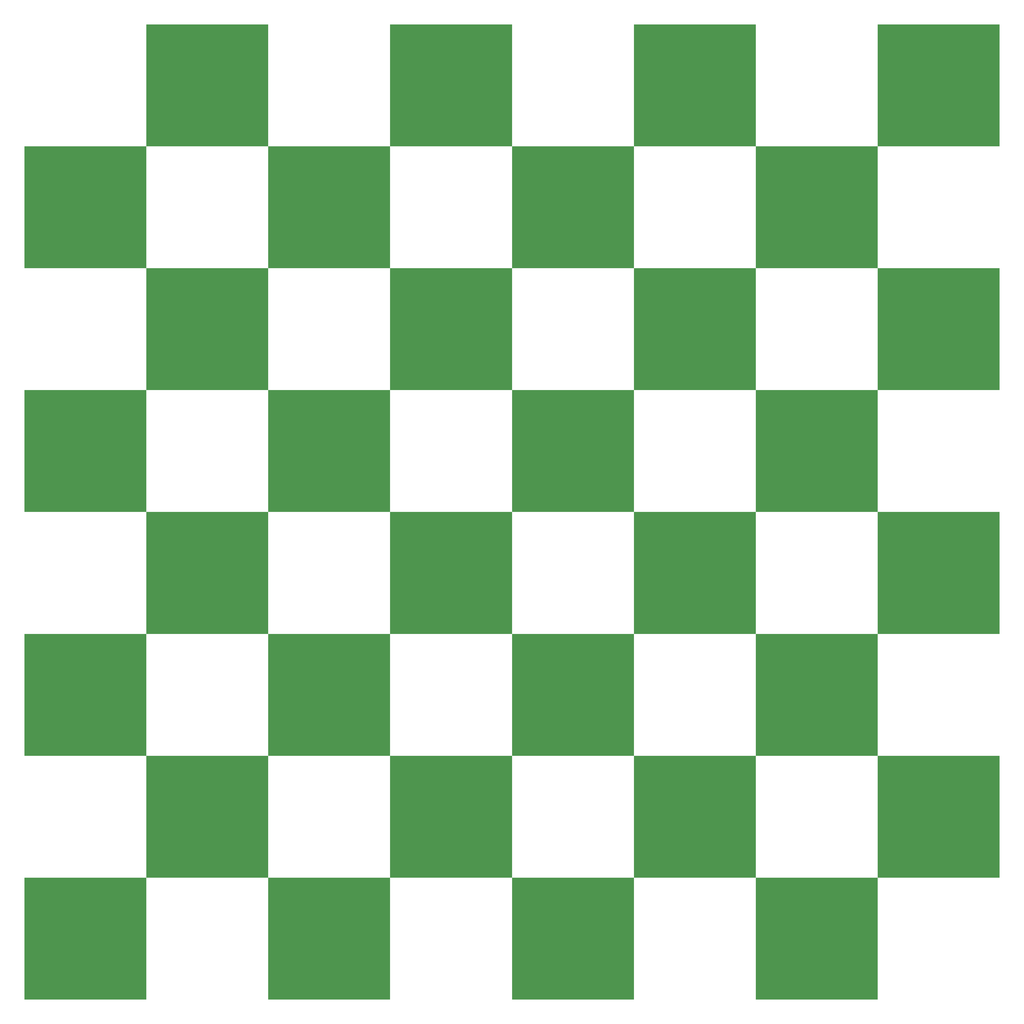
<source format=gbr>
%TF.GenerationSoftware,KiCad,Pcbnew,9.0.4*%
%TF.CreationDate,2025-10-05T06:40:32-04:00*%
%TF.ProjectId,tf_chess,74665f63-6865-4737-932e-6b696361645f,rev?*%
%TF.SameCoordinates,Original*%
%TF.FileFunction,Soldermask,Bot*%
%TF.FilePolarity,Negative*%
%FSLAX46Y46*%
G04 Gerber Fmt 4.6, Leading zero omitted, Abs format (unit mm)*
G04 Created by KiCad (PCBNEW 9.0.4) date 2025-10-05 06:40:32*
%MOMM*%
%LPD*%
G01*
G04 APERTURE LIST*
G04 APERTURE END LIST*
G36*
X292500000Y-67000000D02*
G01*
X349500000Y-67000000D01*
X349500000Y-124000000D01*
X292500000Y-124000000D01*
X292500000Y-67000000D01*
G37*
G36*
X7500000Y-124000000D02*
G01*
X64500000Y-124000000D01*
X64500000Y-181000000D01*
X7500000Y-181000000D01*
X7500000Y-124000000D01*
G37*
G36*
X64500000Y-295000000D02*
G01*
X121500000Y-295000000D01*
X121500000Y-352000000D01*
X64500000Y-352000000D01*
X64500000Y-295000000D01*
G37*
G36*
X-49500000Y-67000000D02*
G01*
X7500000Y-67000000D01*
X7500000Y-124000000D01*
X-49500000Y-124000000D01*
X-49500000Y-67000000D01*
G37*
G36*
X178500000Y47000000D02*
G01*
X235500000Y47000000D01*
X235500000Y-10000000D01*
X178500000Y-10000000D01*
X178500000Y47000000D01*
G37*
G36*
X121500000Y104000000D02*
G01*
X178500000Y104000000D01*
X178500000Y47000000D01*
X121500000Y47000000D01*
X121500000Y104000000D01*
G37*
G36*
X235500000Y-238000000D02*
G01*
X292500000Y-238000000D01*
X292500000Y-295000000D01*
X235500000Y-295000000D01*
X235500000Y-238000000D01*
G37*
G36*
X178500000Y-67000000D02*
G01*
X235500000Y-67000000D01*
X235500000Y-124000000D01*
X178500000Y-124000000D01*
X178500000Y-67000000D01*
G37*
G36*
X7500000Y104000000D02*
G01*
X64500000Y104000000D01*
X64500000Y47000000D01*
X7500000Y47000000D01*
X7500000Y104000000D01*
G37*
G36*
X235500000Y-10000000D02*
G01*
X292500000Y-10000000D01*
X292500000Y-67000000D01*
X235500000Y-67000000D01*
X235500000Y-10000000D01*
G37*
G36*
X235500000Y-124000000D02*
G01*
X292500000Y-124000000D01*
X292500000Y-181000000D01*
X235500000Y-181000000D01*
X235500000Y-124000000D01*
G37*
G36*
X292500000Y-181000000D02*
G01*
X349500000Y-181000000D01*
X349500000Y-238000000D01*
X292500000Y-238000000D01*
X292500000Y-181000000D01*
G37*
G36*
X121500000Y-238000000D02*
G01*
X178500000Y-238000000D01*
X178500000Y-295000000D01*
X121500000Y-295000000D01*
X121500000Y-238000000D01*
G37*
G36*
X121500000Y-124000000D02*
G01*
X178500000Y-124000000D01*
X178500000Y-181000000D01*
X121500000Y-181000000D01*
X121500000Y-124000000D01*
G37*
G36*
X121500000Y-10000000D02*
G01*
X178500000Y-10000000D01*
X178500000Y-67000000D01*
X121500000Y-67000000D01*
X121500000Y-10000000D01*
G37*
G36*
X64500000Y-181000000D02*
G01*
X121500000Y-181000000D01*
X121500000Y-238000000D01*
X64500000Y-238000000D01*
X64500000Y-181000000D01*
G37*
G36*
X7500000Y-10000000D02*
G01*
X64500000Y-10000000D01*
X64500000Y-67000000D01*
X7500000Y-67000000D01*
X7500000Y-10000000D01*
G37*
G36*
X7500000Y-238000000D02*
G01*
X64500000Y-238000000D01*
X64500000Y-295000000D01*
X7500000Y-295000000D01*
X7500000Y-238000000D01*
G37*
G36*
X64500000Y47000000D02*
G01*
X121500000Y47000000D01*
X121500000Y-10000000D01*
X64500000Y-10000000D01*
X64500000Y47000000D01*
G37*
G36*
X178500000Y-181000000D02*
G01*
X235500000Y-181000000D01*
X235500000Y-238000000D01*
X178500000Y-238000000D01*
X178500000Y-181000000D01*
G37*
G36*
X349500000Y-10000000D02*
G01*
X406500000Y-10000000D01*
X406500000Y-67000000D01*
X349500000Y-67000000D01*
X349500000Y-10000000D01*
G37*
G36*
X349500000Y-238000000D02*
G01*
X406500000Y-238000000D01*
X406500000Y-295000000D01*
X349500000Y-295000000D01*
X349500000Y-238000000D01*
G37*
G36*
X-49500000Y-181000000D02*
G01*
X7500000Y-181000000D01*
X7500000Y-238000000D01*
X-49500000Y-238000000D01*
X-49500000Y-181000000D01*
G37*
G36*
X292500000Y47000000D02*
G01*
X349500000Y47000000D01*
X349500000Y-10000000D01*
X292500000Y-10000000D01*
X292500000Y47000000D01*
G37*
G36*
X178500000Y-295000000D02*
G01*
X235500000Y-295000000D01*
X235500000Y-352000000D01*
X178500000Y-352000000D01*
X178500000Y-295000000D01*
G37*
G36*
X349500000Y104000000D02*
G01*
X406500000Y104000000D01*
X406500000Y47000000D01*
X349500000Y47000000D01*
X349500000Y104000000D01*
G37*
G36*
X64500000Y-67000000D02*
G01*
X121500000Y-67000000D01*
X121500000Y-124000000D01*
X64500000Y-124000000D01*
X64500000Y-67000000D01*
G37*
G36*
X-49500000Y-295000000D02*
G01*
X7500000Y-295000000D01*
X7500000Y-352000000D01*
X-49500000Y-352000000D01*
X-49500000Y-295000000D01*
G37*
G36*
X235500000Y104000000D02*
G01*
X292500000Y104000000D01*
X292500000Y47000000D01*
X235500000Y47000000D01*
X235500000Y104000000D01*
G37*
G36*
X292500000Y-295000000D02*
G01*
X349500000Y-295000000D01*
X349500000Y-352000000D01*
X292500000Y-352000000D01*
X292500000Y-295000000D01*
G37*
G36*
X-49500000Y47000000D02*
G01*
X7500000Y47000000D01*
X7500000Y-10000000D01*
X-49500000Y-10000000D01*
X-49500000Y47000000D01*
G37*
G36*
X349500000Y-124000000D02*
G01*
X406500000Y-124000000D01*
X406500000Y-181000000D01*
X349500000Y-181000000D01*
X349500000Y-124000000D01*
G37*
M02*

</source>
